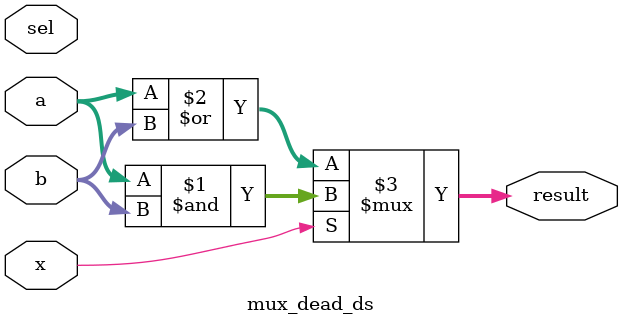
<source format=v>
module mux_dead_ds(
    input x,
    input sel,
    input [7:0] a,
    input [7:0] b,
    output [7:0] result
);

assign result = x ? (a & b) : (a | b);

endmodule
</source>
